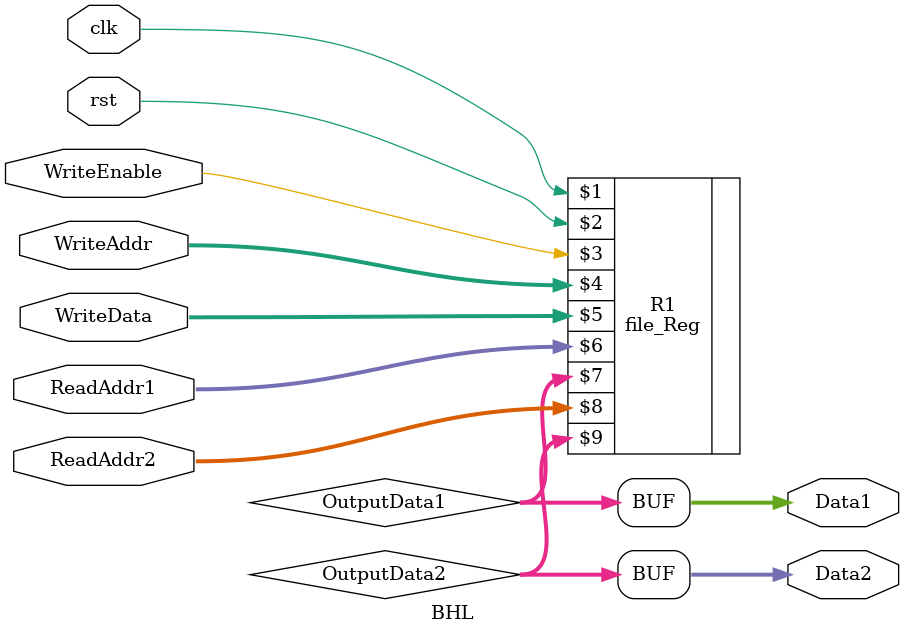
<source format=sv>
module BHL(
  
  input clk,rst,
  
  
  input WriteEnable,
  input reg [4:0] WriteAddr,
  input reg[7:0] WriteData,
  
  input reg[4:0] ReadAddr1,ReadAddr2,

  
  output reg [7:0] Data1,Data2
  
);

  wire [7:0] OutputData1, OutputData2;

  file_Reg R1 (clk,rst,WriteEnable,WriteAddr,WriteData,ReadAddr1,OutputData1,ReadAddr2,OutputData2);
  
	assign Data1=OutputData1;
	assign Data2=OutputData2;


endmodule
</source>
